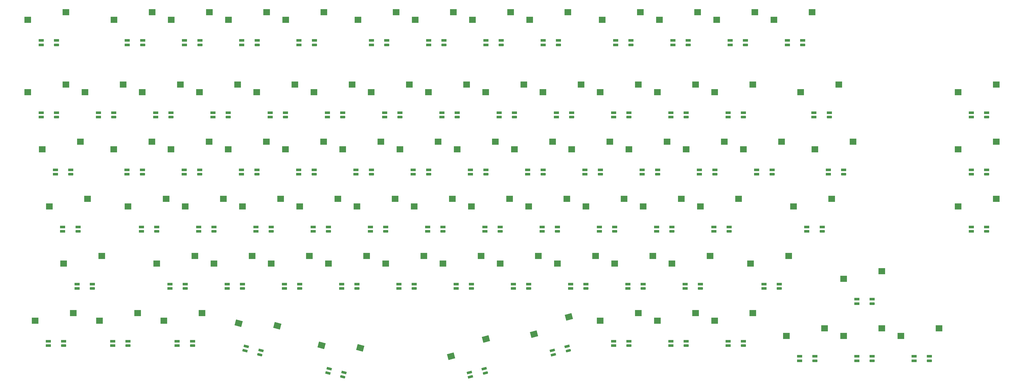
<source format=gbr>
%TF.GenerationSoftware,KiCad,Pcbnew,(6.0.6)*%
%TF.CreationDate,2022-07-23T00:41:05+02:00*%
%TF.ProjectId,middle,6d696464-6c65-42e6-9b69-6361645f7063,rev?*%
%TF.SameCoordinates,Original*%
%TF.FileFunction,Paste,Bot*%
%TF.FilePolarity,Positive*%
%FSLAX46Y46*%
G04 Gerber Fmt 4.6, Leading zero omitted, Abs format (unit mm)*
G04 Created by KiCad (PCBNEW (6.0.6)) date 2022-07-23 00:41:05*
%MOMM*%
%LPD*%
G01*
G04 APERTURE LIST*
G04 Aperture macros list*
%AMRoundRect*
0 Rectangle with rounded corners*
0 $1 Rounding radius*
0 $2 $3 $4 $5 $6 $7 $8 $9 X,Y pos of 4 corners*
0 Add a 4 corners polygon primitive as box body*
4,1,4,$2,$3,$4,$5,$6,$7,$8,$9,$2,$3,0*
0 Add four circle primitives for the rounded corners*
1,1,$1+$1,$2,$3*
1,1,$1+$1,$4,$5*
1,1,$1+$1,$6,$7*
1,1,$1+$1,$8,$9*
0 Add four rect primitives between the rounded corners*
20,1,$1+$1,$2,$3,$4,$5,0*
20,1,$1+$1,$4,$5,$6,$7,0*
20,1,$1+$1,$6,$7,$8,$9,0*
20,1,$1+$1,$8,$9,$2,$3,0*%
%AMRotRect*
0 Rectangle, with rotation*
0 The origin of the aperture is its center*
0 $1 length*
0 $2 width*
0 $3 Rotation angle, in degrees counterclockwise*
0 Add horizontal line*
21,1,$1,$2,0,0,$3*%
G04 Aperture macros list end*
%ADD10R,2.300000X2.000000*%
%ADD11R,1.700000X0.820000*%
%ADD12RoundRect,0.205000X-0.645000X-0.205000X0.645000X-0.205000X0.645000X0.205000X-0.645000X0.205000X0*%
%ADD13RotRect,2.300000X2.000000X165.000000*%
%ADD14RotRect,1.700000X0.820000X345.000000*%
%ADD15RoundRect,0.205000X-0.676080X-0.031077X0.569964X-0.364953X0.676080X0.031077X-0.569964X0.364953X0*%
%ADD16RotRect,2.300000X2.000000X195.000000*%
%ADD17RotRect,1.700000X0.820000X15.000000*%
%ADD18RoundRect,0.205000X-0.569964X-0.364953X0.676080X-0.031077X0.569964X0.364953X-0.676080X0.031077X0*%
G04 APERTURE END LIST*
D10*
%TO.C,KD13*%
X361087500Y-93615000D03*
X373787500Y-91075000D03*
D11*
X365537500Y-100445000D03*
X365537500Y-101945000D03*
D12*
X370637500Y-101945000D03*
D11*
X370637500Y-100445000D03*
%TD*%
D10*
%TO.C,KA5*%
X161425000Y-69515000D03*
X174125000Y-66975000D03*
D11*
X165875000Y-76345000D03*
X165875000Y-77845000D03*
D12*
X170975000Y-77845000D03*
D11*
X170975000Y-76345000D03*
%TD*%
D10*
%TO.C,KF9*%
X280125000Y-169815000D03*
X292825000Y-167275000D03*
D11*
X284575000Y-176645000D03*
X284575000Y-178145000D03*
D12*
X289675000Y-178145000D03*
D11*
X289675000Y-176645000D03*
%TD*%
D10*
%TO.C,KC7*%
X194400000Y-112665000D03*
X207100000Y-110125000D03*
D11*
X198850000Y-119495000D03*
X198850000Y-120995000D03*
D12*
X203950000Y-120995000D03*
D11*
X203950000Y-119495000D03*
%TD*%
D10*
%TO.C,KE11*%
X292031250Y-150765000D03*
X304731250Y-148225000D03*
D11*
X296481250Y-157595000D03*
X296481250Y-159095000D03*
D12*
X301581250Y-159095000D03*
D11*
X301581250Y-157595000D03*
%TD*%
D10*
%TO.C,KC9*%
X232500000Y-112665000D03*
X245200000Y-110125000D03*
D11*
X236950000Y-119495000D03*
X236950000Y-120995000D03*
D12*
X242050000Y-120995000D03*
D11*
X242050000Y-119495000D03*
%TD*%
D10*
%TO.C,KB9*%
X222975000Y-93615000D03*
X235675000Y-91075000D03*
D11*
X227425000Y-100445000D03*
X227425000Y-101945000D03*
D12*
X232525000Y-101945000D03*
D11*
X232525000Y-100445000D03*
%TD*%
D13*
%TO.C,KF3*%
X121654486Y-170639392D03*
X134579145Y-171472942D03*
D14*
X124185122Y-178388410D03*
X123796894Y-179837299D03*
D15*
X128723115Y-181157276D03*
D14*
X129111344Y-179708387D03*
%TD*%
D10*
%TO.C,KB0*%
X51525000Y-93615000D03*
X64225000Y-91075000D03*
D11*
X55975000Y-100445000D03*
X55975000Y-101945000D03*
D12*
X61075000Y-101945000D03*
D11*
X61075000Y-100445000D03*
%TD*%
D10*
%TO.C,KC2*%
X99150000Y-112665000D03*
X111850000Y-110125000D03*
D11*
X103600000Y-119495000D03*
X103600000Y-120995000D03*
D12*
X108700000Y-120995000D03*
D11*
X108700000Y-119495000D03*
%TD*%
D10*
%TO.C,KD7*%
X199162500Y-131715000D03*
X211862500Y-129175000D03*
D11*
X203612500Y-138545000D03*
X203612500Y-140045000D03*
D12*
X208712500Y-140045000D03*
D11*
X208712500Y-138545000D03*
%TD*%
D10*
%TO.C,KA7*%
X199525000Y-69515000D03*
X212225000Y-66975000D03*
D11*
X203975000Y-76345000D03*
X203975000Y-77845000D03*
D12*
X209075000Y-77845000D03*
D11*
X209075000Y-76345000D03*
%TD*%
D10*
%TO.C,KC3*%
X118200000Y-112665000D03*
X130900000Y-110125000D03*
D11*
X122650000Y-119495000D03*
X122650000Y-120995000D03*
D12*
X127750000Y-120995000D03*
D11*
X127750000Y-119495000D03*
%TD*%
D10*
%TO.C,KA10*%
X261725000Y-69515000D03*
X274425000Y-66975000D03*
D11*
X266175000Y-76345000D03*
X266175000Y-77845000D03*
D12*
X271275000Y-77845000D03*
D11*
X271275000Y-76345000D03*
%TD*%
D10*
%TO.C,KC5*%
X156300000Y-112665000D03*
X169000000Y-110125000D03*
D11*
X160750000Y-119495000D03*
X160750000Y-120995000D03*
D12*
X165850000Y-120995000D03*
D11*
X165850000Y-119495000D03*
%TD*%
D10*
%TO.C,KF11*%
X322987500Y-174865000D03*
X335687500Y-172325000D03*
D11*
X327437500Y-181695000D03*
X327437500Y-183195000D03*
D12*
X332537500Y-183195000D03*
D11*
X332537500Y-181695000D03*
%TD*%
D10*
%TO.C,KE7*%
X208687500Y-150765000D03*
X221387500Y-148225000D03*
D11*
X213137500Y-157595000D03*
X213137500Y-159095000D03*
D12*
X218237500Y-159095000D03*
D11*
X218237500Y-157595000D03*
%TD*%
D10*
%TO.C,KF12*%
X342037500Y-174865000D03*
X354737500Y-172325000D03*
D11*
X346487500Y-181695000D03*
X346487500Y-183195000D03*
D12*
X351587500Y-183195000D03*
D11*
X351587500Y-181695000D03*
%TD*%
D10*
%TO.C,KE5*%
X170587500Y-150765000D03*
X183287500Y-148225000D03*
D11*
X175037500Y-157595000D03*
X175037500Y-159095000D03*
D12*
X180137500Y-159095000D03*
D11*
X180137500Y-157595000D03*
%TD*%
D10*
%TO.C,KB5*%
X146775000Y-93615000D03*
X159475000Y-91075000D03*
D11*
X151225000Y-100445000D03*
X151225000Y-101945000D03*
D12*
X156325000Y-101945000D03*
D11*
X156325000Y-100445000D03*
%TD*%
D10*
%TO.C,KD10*%
X256312500Y-131715000D03*
X269012500Y-129175000D03*
D11*
X260762500Y-138545000D03*
X260762500Y-140045000D03*
D12*
X265862500Y-140045000D03*
D11*
X265862500Y-138545000D03*
%TD*%
D10*
%TO.C,KA0*%
X51525000Y-69515000D03*
X64225000Y-66975000D03*
D11*
X55975000Y-76345000D03*
X55975000Y-77845000D03*
D12*
X61075000Y-77845000D03*
D11*
X61075000Y-76345000D03*
%TD*%
D10*
%TO.C,KD1*%
X84862500Y-131715000D03*
X97562500Y-129175000D03*
D11*
X89312500Y-138545000D03*
X89312500Y-140045000D03*
D12*
X94412500Y-140045000D03*
D11*
X94412500Y-138545000D03*
%TD*%
D10*
%TO.C,KB10*%
X242025000Y-93615000D03*
X254725000Y-91075000D03*
D11*
X246475000Y-100445000D03*
X246475000Y-101945000D03*
D12*
X251575000Y-101945000D03*
D11*
X251575000Y-100445000D03*
%TD*%
D10*
%TO.C,KC11*%
X270600000Y-112665000D03*
X283300000Y-110125000D03*
D11*
X275050000Y-119495000D03*
X275050000Y-120995000D03*
D12*
X280150000Y-120995000D03*
D11*
X280150000Y-119495000D03*
%TD*%
D10*
%TO.C,KF1*%
X75337500Y-169815000D03*
X88037500Y-167275000D03*
D11*
X79787500Y-176645000D03*
X79787500Y-178145000D03*
D12*
X84887500Y-178145000D03*
D11*
X84887500Y-176645000D03*
%TD*%
D10*
%TO.C,KE6*%
X189637500Y-150765000D03*
X202337500Y-148225000D03*
D11*
X194087500Y-157595000D03*
X194087500Y-159095000D03*
D12*
X199187500Y-159095000D03*
D11*
X199187500Y-157595000D03*
%TD*%
D10*
%TO.C,KA3*%
X118275000Y-69515000D03*
X130975000Y-66975000D03*
D11*
X122725000Y-76345000D03*
X122725000Y-77845000D03*
D12*
X127825000Y-77845000D03*
D11*
X127825000Y-76345000D03*
%TD*%
D10*
%TO.C,KE4*%
X151537500Y-150765000D03*
X164237500Y-148225000D03*
D11*
X155987500Y-157595000D03*
X155987500Y-159095000D03*
D12*
X161087500Y-159095000D03*
D11*
X161087500Y-157595000D03*
%TD*%
D10*
%TO.C,KD11*%
X275362500Y-131715000D03*
X288062500Y-129175000D03*
D11*
X279812500Y-138545000D03*
X279812500Y-140045000D03*
D12*
X284912500Y-140045000D03*
D11*
X284912500Y-138545000D03*
%TD*%
D10*
%TO.C,KD8*%
X218212500Y-131715000D03*
X230912500Y-129175000D03*
D11*
X222662500Y-138545000D03*
X222662500Y-140045000D03*
D12*
X227762500Y-140045000D03*
D11*
X227762500Y-138545000D03*
%TD*%
D10*
%TO.C,KF0*%
X53906250Y-169815000D03*
X66606250Y-167275000D03*
D11*
X58356250Y-176645000D03*
X58356250Y-178145000D03*
D12*
X63456250Y-178145000D03*
D11*
X63456250Y-176645000D03*
%TD*%
D10*
%TO.C,KE3*%
X132487500Y-150765000D03*
X145187500Y-148225000D03*
D11*
X136937500Y-157595000D03*
X136937500Y-159095000D03*
D12*
X142037500Y-159095000D03*
D11*
X142037500Y-157595000D03*
%TD*%
D10*
%TO.C,KF10*%
X303937500Y-174865000D03*
X316637500Y-172325000D03*
D11*
X308387500Y-181695000D03*
X308387500Y-183195000D03*
D12*
X313487500Y-183195000D03*
D11*
X313487500Y-181695000D03*
%TD*%
D10*
%TO.C,KC0*%
X56287500Y-112665000D03*
X68987500Y-110125000D03*
D11*
X60737500Y-119495000D03*
X60737500Y-120995000D03*
D12*
X65837500Y-120995000D03*
D11*
X65837500Y-119495000D03*
%TD*%
D10*
%TO.C,KD6*%
X180112500Y-131715000D03*
X192812500Y-129175000D03*
D11*
X184562500Y-138545000D03*
X184562500Y-140045000D03*
D12*
X189662500Y-140045000D03*
D11*
X189662500Y-138545000D03*
%TD*%
D10*
%TO.C,KB2*%
X89625000Y-93615000D03*
X102325000Y-91075000D03*
D11*
X94075000Y-100445000D03*
X94075000Y-101945000D03*
D12*
X99175000Y-101945000D03*
D11*
X99175000Y-100445000D03*
%TD*%
D10*
%TO.C,KC4*%
X137250000Y-112665000D03*
X149950000Y-110125000D03*
D11*
X141700000Y-119495000D03*
X141700000Y-120995000D03*
D12*
X146800000Y-120995000D03*
D11*
X146800000Y-119495000D03*
%TD*%
D10*
%TO.C,KD0*%
X58668750Y-131715000D03*
X71368750Y-129175000D03*
D11*
X63118750Y-138545000D03*
X63118750Y-140045000D03*
D12*
X68218750Y-140045000D03*
D11*
X68218750Y-138545000D03*
%TD*%
D10*
%TO.C,KD3*%
X122962500Y-131715000D03*
X135662500Y-129175000D03*
D11*
X127412500Y-138545000D03*
X127412500Y-140045000D03*
D12*
X132512500Y-140045000D03*
D11*
X132512500Y-138545000D03*
%TD*%
D16*
%TO.C,KF5*%
X192396221Y-181658613D03*
X204006079Y-175918160D03*
D17*
X198462325Y-187104142D03*
X198850554Y-188553031D03*
D18*
X203776776Y-187233054D03*
D17*
X203388547Y-185784165D03*
%TD*%
D10*
%TO.C,KF8*%
X261075000Y-169815000D03*
X273775000Y-167275000D03*
D11*
X265525000Y-176645000D03*
X265525000Y-178145000D03*
D12*
X270625000Y-178145000D03*
D11*
X270625000Y-176645000D03*
%TD*%
D10*
%TO.C,KA11*%
X280775000Y-69515000D03*
X293475000Y-66975000D03*
D11*
X285225000Y-76345000D03*
X285225000Y-77845000D03*
D12*
X290325000Y-77845000D03*
D11*
X290325000Y-76345000D03*
%TD*%
D10*
%TO.C,KD5*%
X161062500Y-131715000D03*
X173762500Y-129175000D03*
D11*
X165512500Y-138545000D03*
X165512500Y-140045000D03*
D12*
X170612500Y-140045000D03*
D11*
X170612500Y-138545000D03*
%TD*%
D10*
%TO.C,KA9*%
X242675000Y-69515000D03*
X255375000Y-66975000D03*
D11*
X247125000Y-76345000D03*
X247125000Y-77845000D03*
D12*
X252225000Y-77845000D03*
D11*
X252225000Y-76345000D03*
%TD*%
D10*
%TO.C,KE8*%
X227737500Y-150765000D03*
X240437500Y-148225000D03*
D11*
X232187500Y-157595000D03*
X232187500Y-159095000D03*
D12*
X237287500Y-159095000D03*
D11*
X237287500Y-157595000D03*
%TD*%
D10*
%TO.C,KB3*%
X108675000Y-93615000D03*
X121375000Y-91075000D03*
D11*
X113125000Y-100445000D03*
X113125000Y-101945000D03*
D12*
X118225000Y-101945000D03*
D11*
X118225000Y-100445000D03*
%TD*%
D10*
%TO.C,KC6*%
X175350000Y-112665000D03*
X188050000Y-110125000D03*
D11*
X179800000Y-119495000D03*
X179800000Y-120995000D03*
D12*
X184900000Y-120995000D03*
D11*
X184900000Y-119495000D03*
%TD*%
D10*
%TO.C,KB8*%
X203925000Y-93615000D03*
X216625000Y-91075000D03*
D11*
X208375000Y-100445000D03*
X208375000Y-101945000D03*
D12*
X213475000Y-101945000D03*
D11*
X213475000Y-100445000D03*
%TD*%
D10*
%TO.C,KA1*%
X80175000Y-69515000D03*
X92875000Y-66975000D03*
D11*
X84625000Y-76345000D03*
X84625000Y-77845000D03*
D12*
X89725000Y-77845000D03*
D11*
X89725000Y-76345000D03*
%TD*%
D10*
%TO.C,KA12*%
X299825000Y-69515000D03*
X312525000Y-66975000D03*
D11*
X304275000Y-76345000D03*
X304275000Y-77845000D03*
D12*
X309375000Y-77845000D03*
D11*
X309375000Y-76345000D03*
%TD*%
D10*
%TO.C,KA8*%
X218575000Y-69515000D03*
X231275000Y-66975000D03*
D11*
X223025000Y-76345000D03*
X223025000Y-77845000D03*
D12*
X228125000Y-77845000D03*
D11*
X228125000Y-76345000D03*
%TD*%
D10*
%TO.C,KE2*%
X113437500Y-150765000D03*
X126137500Y-148225000D03*
D11*
X117887500Y-157595000D03*
X117887500Y-159095000D03*
D12*
X122987500Y-159095000D03*
D11*
X122987500Y-157595000D03*
%TD*%
D10*
%TO.C,KE13*%
X361087500Y-112665000D03*
X373787500Y-110125000D03*
D11*
X365537500Y-119495000D03*
X365537500Y-120995000D03*
D12*
X370637500Y-120995000D03*
D11*
X370637500Y-119495000D03*
%TD*%
D10*
%TO.C,KC8*%
X213450000Y-112665000D03*
X226150000Y-110125000D03*
D11*
X217900000Y-119495000D03*
X217900000Y-120995000D03*
D12*
X223000000Y-120995000D03*
D11*
X223000000Y-119495000D03*
%TD*%
D10*
%TO.C,KD4*%
X142012500Y-131715000D03*
X154712500Y-129175000D03*
D11*
X146462500Y-138545000D03*
X146462500Y-140045000D03*
D12*
X151562500Y-140045000D03*
D11*
X151562500Y-138545000D03*
%TD*%
D10*
%TO.C,KB11*%
X261075000Y-93615000D03*
X273775000Y-91075000D03*
D11*
X265525000Y-100445000D03*
X265525000Y-101945000D03*
D12*
X270625000Y-101945000D03*
D11*
X270625000Y-100445000D03*
%TD*%
D10*
%TO.C,KF7*%
X242025000Y-169815000D03*
X254725000Y-167275000D03*
D11*
X246475000Y-176645000D03*
X246475000Y-178145000D03*
D12*
X251575000Y-178145000D03*
D11*
X251575000Y-176645000D03*
%TD*%
D10*
%TO.C,KE0*%
X63431250Y-150765000D03*
X76131250Y-148225000D03*
D11*
X67881250Y-157595000D03*
X67881250Y-159095000D03*
D12*
X72981250Y-159095000D03*
D11*
X72981250Y-157595000D03*
%TD*%
D10*
%TO.C,KC1*%
X80100000Y-112665000D03*
X92800000Y-110125000D03*
D11*
X84550000Y-119495000D03*
X84550000Y-120995000D03*
D12*
X89650000Y-120995000D03*
D11*
X89650000Y-119495000D03*
%TD*%
D10*
%TO.C,KE1*%
X94387500Y-150765000D03*
X107087500Y-148225000D03*
D11*
X98837500Y-157595000D03*
X98837500Y-159095000D03*
D12*
X103937500Y-159095000D03*
D11*
X103937500Y-157595000D03*
%TD*%
D10*
%TO.C,KC13*%
X313462500Y-112665000D03*
X326162500Y-110125000D03*
D11*
X317912500Y-119495000D03*
X317912500Y-120995000D03*
D12*
X323012500Y-120995000D03*
D11*
X323012500Y-119495000D03*
%TD*%
D10*
%TO.C,KB13*%
X308700000Y-93615000D03*
X321400000Y-91075000D03*
D11*
X313150000Y-100445000D03*
X313150000Y-101945000D03*
D12*
X318250000Y-101945000D03*
D11*
X318250000Y-100445000D03*
%TD*%
D13*
%TO.C,KF4*%
X149255817Y-178035146D03*
X162180475Y-178868697D03*
D14*
X151786453Y-185784165D03*
X151398224Y-187233053D03*
D15*
X156324446Y-188553030D03*
D14*
X156712675Y-187104142D03*
%TD*%
D10*
%TO.C,KA4*%
X137325000Y-69515000D03*
X150025000Y-66975000D03*
D11*
X141775000Y-76345000D03*
X141775000Y-77845000D03*
D12*
X146875000Y-77845000D03*
D11*
X146875000Y-76345000D03*
%TD*%
D10*
%TO.C,KC12*%
X289650000Y-112665000D03*
X302350000Y-110125000D03*
D11*
X294100000Y-119495000D03*
X294100000Y-120995000D03*
D12*
X299200000Y-120995000D03*
D11*
X299200000Y-119495000D03*
%TD*%
D10*
%TO.C,KB12*%
X280125000Y-93615000D03*
X292825000Y-91075000D03*
D11*
X284575000Y-100445000D03*
X284575000Y-101945000D03*
D12*
X289675000Y-101945000D03*
D11*
X289675000Y-100445000D03*
%TD*%
D10*
%TO.C,KB4*%
X127725000Y-93615000D03*
X140425000Y-91075000D03*
D11*
X132175000Y-100445000D03*
X132175000Y-101945000D03*
D12*
X137275000Y-101945000D03*
D11*
X137275000Y-100445000D03*
%TD*%
D10*
%TO.C,KB6*%
X165825000Y-93615000D03*
X178525000Y-91075000D03*
D11*
X170275000Y-100445000D03*
X170275000Y-101945000D03*
D12*
X175375000Y-101945000D03*
D11*
X175375000Y-100445000D03*
%TD*%
D10*
%TO.C,KA6*%
X180475000Y-69515000D03*
X193175000Y-66975000D03*
D11*
X184925000Y-76345000D03*
X184925000Y-77845000D03*
D12*
X190025000Y-77845000D03*
D11*
X190025000Y-76345000D03*
%TD*%
D10*
%TO.C,KA2*%
X99225000Y-69515000D03*
X111925000Y-66975000D03*
D11*
X103675000Y-76345000D03*
X103675000Y-77845000D03*
D12*
X108775000Y-77845000D03*
D11*
X108775000Y-76345000D03*
%TD*%
D10*
%TO.C,KF2*%
X96768750Y-169815000D03*
X109468750Y-167275000D03*
D11*
X101218750Y-176645000D03*
X101218750Y-178145000D03*
D12*
X106318750Y-178145000D03*
D11*
X106318750Y-176645000D03*
%TD*%
D10*
%TO.C,KD2*%
X103912500Y-131715000D03*
X116612500Y-129175000D03*
D11*
X108362500Y-138545000D03*
X108362500Y-140045000D03*
D12*
X113462500Y-140045000D03*
D11*
X113462500Y-138545000D03*
%TD*%
D10*
%TO.C,KF13*%
X361087500Y-131715000D03*
X373787500Y-129175000D03*
D11*
X365537500Y-138545000D03*
X365537500Y-140045000D03*
D12*
X370637500Y-140045000D03*
D11*
X370637500Y-138545000D03*
%TD*%
D10*
%TO.C,KB7*%
X184875000Y-93615000D03*
X197575000Y-91075000D03*
D11*
X189325000Y-100445000D03*
X189325000Y-101945000D03*
D12*
X194425000Y-101945000D03*
D11*
X194425000Y-100445000D03*
%TD*%
D10*
%TO.C,KE10*%
X265837500Y-150765000D03*
X278537500Y-148225000D03*
D11*
X270287500Y-157595000D03*
X270287500Y-159095000D03*
D12*
X275387500Y-159095000D03*
D11*
X275387500Y-157595000D03*
%TD*%
D10*
%TO.C,KB1*%
X70575000Y-93615000D03*
X83275000Y-91075000D03*
D11*
X75025000Y-100445000D03*
X75025000Y-101945000D03*
D12*
X80125000Y-101945000D03*
D11*
X80125000Y-100445000D03*
%TD*%
D10*
%TO.C,KD12*%
X306318750Y-131715000D03*
X319018750Y-129175000D03*
D11*
X310768750Y-138545000D03*
X310768750Y-140045000D03*
D12*
X315868750Y-140045000D03*
D11*
X315868750Y-138545000D03*
%TD*%
D10*
%TO.C,KE9*%
X246787500Y-150765000D03*
X259487500Y-148225000D03*
D11*
X251237500Y-157595000D03*
X251237500Y-159095000D03*
D12*
X256337500Y-159095000D03*
D11*
X256337500Y-157595000D03*
%TD*%
D10*
%TO.C,KC10*%
X251550000Y-112665000D03*
X264250000Y-110125000D03*
D11*
X256000000Y-119495000D03*
X256000000Y-120995000D03*
D12*
X261100000Y-120995000D03*
D11*
X261100000Y-119495000D03*
%TD*%
D10*
%TO.C,KE12*%
X322987500Y-155815000D03*
X335687500Y-153275000D03*
D11*
X327437500Y-162645000D03*
X327437500Y-164145000D03*
D12*
X332537500Y-164145000D03*
D11*
X332537500Y-162645000D03*
%TD*%
D10*
%TO.C,KD9*%
X237262500Y-131715000D03*
X249962500Y-129175000D03*
D11*
X241712500Y-138545000D03*
X241712500Y-140045000D03*
D12*
X246812500Y-140045000D03*
D11*
X246812500Y-138545000D03*
%TD*%
D16*
%TO.C,KF6*%
X219997552Y-174262859D03*
X231607410Y-168522405D03*
D17*
X226063656Y-179708387D03*
X226451885Y-181157276D03*
D18*
X231378106Y-179837299D03*
D17*
X230989878Y-178388410D03*
%TD*%
M02*

</source>
